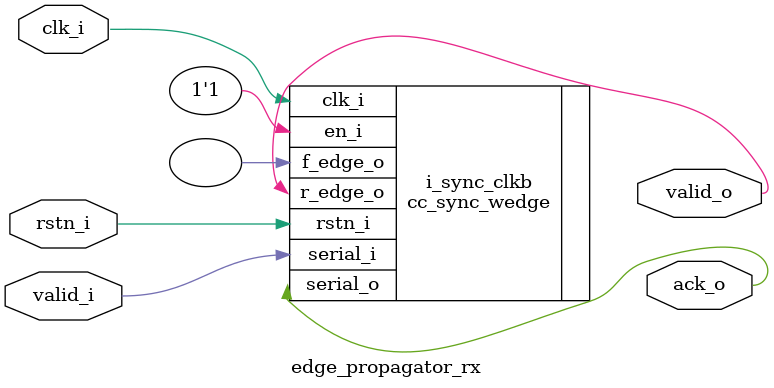
<source format=sv>


module edge_propagator_rx (
    input  logic clk_i,
    input  logic rstn_i,
    input  logic valid_i,
    output logic ack_o,
    output logic valid_o
);

    cc_sync_wedge i_sync_clkb (
        .clk_i    ( clk_i   ),
        .rstn_i   ( rstn_i  ),
        .en_i     ( 1'b1    ),
        .serial_i ( valid_i ),
        .r_edge_o ( valid_o ),
        .f_edge_o (         ),
        .serial_o ( ack_o   )
    );

endmodule

</source>
